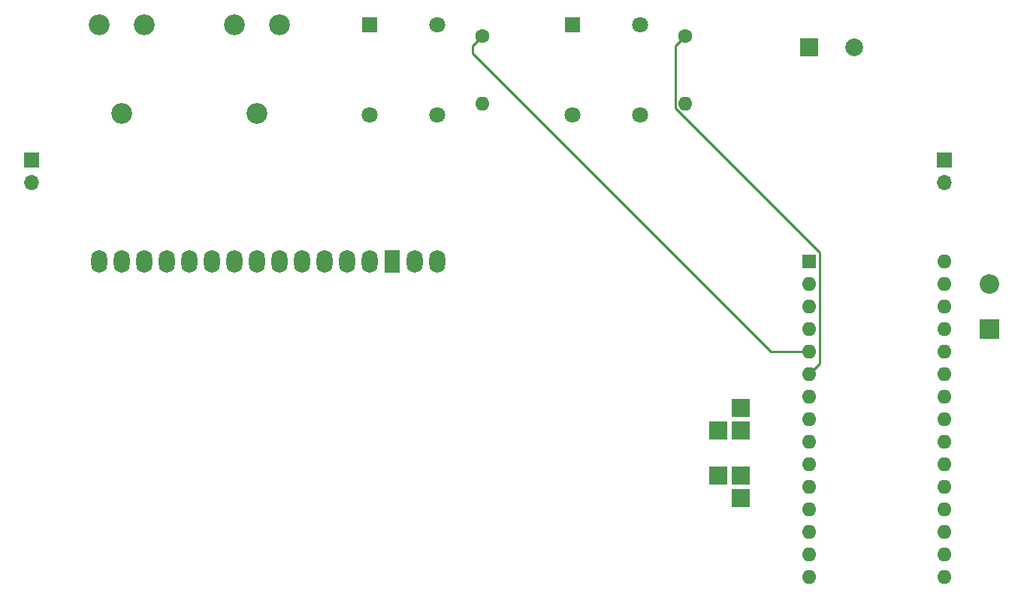
<source format=gbr>
G04 #@! TF.GenerationSoftware,KiCad,Pcbnew,(5.1.5)-2*
G04 #@! TF.CreationDate,2020-07-16T18:28:11-07:00*
G04 #@! TF.ProjectId,LCD_TEST_DEVICE,4c43445f-5445-4535-945f-444556494345,rev?*
G04 #@! TF.SameCoordinates,Original*
G04 #@! TF.FileFunction,Copper,L2,Bot*
G04 #@! TF.FilePolarity,Positive*
%FSLAX46Y46*%
G04 Gerber Fmt 4.6, Leading zero omitted, Abs format (unit mm)*
G04 Created by KiCad (PCBNEW (5.1.5)-2) date 2020-07-16 18:28:11*
%MOMM*%
%LPD*%
G04 APERTURE LIST*
%ADD10C,2.340000*%
%ADD11R,2.000000X2.000000*%
%ADD12C,2.000000*%
%ADD13C,1.600000*%
%ADD14O,1.600000X1.600000*%
%ADD15C,1.800000*%
%ADD16R,1.800000X1.800000*%
%ADD17R,1.800000X2.600000*%
%ADD18O,1.800000X2.600000*%
%ADD19R,2.200000X2.200000*%
%ADD20O,2.200000X2.200000*%
%ADD21O,1.700000X1.700000*%
%ADD22R,1.700000X1.700000*%
%ADD23R,1.600000X1.600000*%
%ADD24C,0.250000*%
G04 APERTURE END LIST*
D10*
X26670000Y-17780000D03*
X29170000Y-27780000D03*
X31670000Y-17780000D03*
D11*
X106680000Y-20320000D03*
D12*
X111680000Y-20320000D03*
D13*
X92710000Y-19050000D03*
D14*
X92710000Y-26670000D03*
D13*
X69850000Y-19050000D03*
D14*
X69850000Y-26670000D03*
D15*
X87630000Y-17780000D03*
X87630000Y-27940000D03*
D16*
X80010000Y-17780000D03*
D15*
X80010000Y-27940000D03*
X64770000Y-17780000D03*
X64770000Y-27940000D03*
D16*
X57150000Y-17780000D03*
D15*
X57150000Y-27940000D03*
D10*
X46910000Y-17780000D03*
X44410000Y-27780000D03*
X41910000Y-17780000D03*
D17*
X59690000Y-44450000D03*
D18*
X57150000Y-44450000D03*
X54610000Y-44450000D03*
X52070000Y-44450000D03*
X49530000Y-44450000D03*
X46990000Y-44450000D03*
X44450000Y-44450000D03*
X41910000Y-44450000D03*
X39370000Y-44450000D03*
X36830000Y-44450000D03*
X34290000Y-44450000D03*
X31750000Y-44450000D03*
X29204920Y-44452540D03*
X26670000Y-44450000D03*
X64770000Y-44450000D03*
X62224920Y-44452540D03*
D11*
X98970000Y-71130000D03*
X98970000Y-68590000D03*
X96430000Y-68590000D03*
X96430000Y-63510000D03*
X98970000Y-63510000D03*
X98970000Y-60970000D03*
D19*
X127000000Y-52070000D03*
D20*
X127000000Y-46990000D03*
D21*
X121920000Y-35560000D03*
D22*
X121920000Y-33020000D03*
X19050000Y-33020000D03*
D21*
X19050000Y-35560000D03*
D23*
X106680000Y-44450000D03*
D14*
X121920000Y-77470000D03*
X106680000Y-46990000D03*
X121920000Y-74930000D03*
X106680000Y-49530000D03*
X121920000Y-72390000D03*
X106680000Y-52070000D03*
X121920000Y-69850000D03*
X106680000Y-54610000D03*
X121920000Y-67310000D03*
X106680000Y-57150000D03*
X121920000Y-64770000D03*
X106680000Y-59690000D03*
X121920000Y-62230000D03*
X106680000Y-62230000D03*
X121920000Y-59690000D03*
X106680000Y-64770000D03*
X121920000Y-57150000D03*
X106680000Y-67310000D03*
X121920000Y-54610000D03*
X106680000Y-69850000D03*
X121920000Y-52070000D03*
X106680000Y-72390000D03*
X121920000Y-49530000D03*
X106680000Y-74930000D03*
X121920000Y-46990000D03*
X106680000Y-77470000D03*
X121920000Y-44450000D03*
X106680000Y-80010000D03*
X121920000Y-80010000D03*
D24*
X107479999Y-56350001D02*
X106680000Y-57150000D01*
X107805001Y-43430003D02*
X107805001Y-56024999D01*
X91584999Y-27210001D02*
X107805001Y-43430003D01*
X91584999Y-20175001D02*
X91584999Y-27210001D01*
X92710000Y-19050000D02*
X91584999Y-20175001D01*
X107805001Y-56024999D02*
X107479999Y-56350001D01*
X105548630Y-54610000D02*
X106680000Y-54610000D01*
X68724999Y-21036001D02*
X102298998Y-54610000D01*
X68724999Y-20175001D02*
X68724999Y-21036001D01*
X69850000Y-19050000D02*
X68724999Y-20175001D01*
X102298998Y-54610000D02*
X105548630Y-54610000D01*
M02*

</source>
